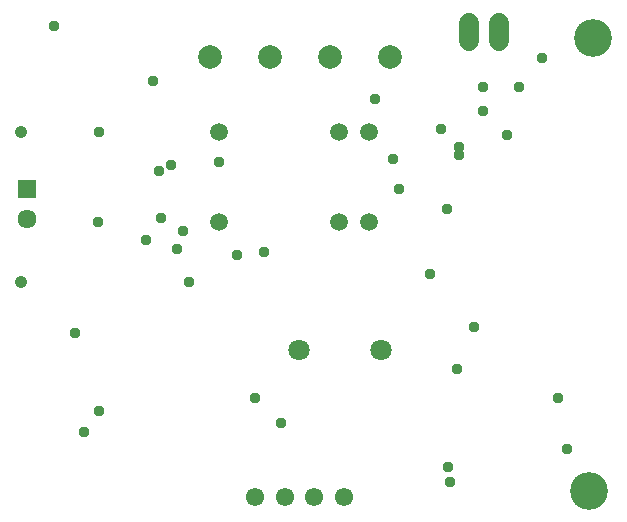
<source format=gbr>
G04 EAGLE Gerber RS-274X export*
G75*
%MOMM*%
%FSLAX34Y34*%
%LPD*%
%INSoldermask Bottom*%
%IPPOS*%
%AMOC8*
5,1,8,0,0,1.08239X$1,22.5*%
G01*
G04 Define Apertures*
%ADD10C,3.203200*%
%ADD11C,2.003200*%
%ADD12C,1.803200*%
%ADD13C,1.053200*%
%ADD14C,1.551200*%
%ADD15C,1.511200*%
%ADD16C,1.727200*%
%ADD17R,1.611200X1.611200*%
%ADD18C,1.611200*%
%ADD19C,0.959600*%
D10*
X540362Y549608D03*
X536942Y166225D03*
D11*
X368300Y533400D03*
X317500Y533400D03*
X266700Y533400D03*
X215900Y533400D03*
D12*
X290882Y285242D03*
X360882Y285242D03*
D13*
X55880Y469900D03*
D14*
X254000Y160528D03*
X279000Y160528D03*
X304000Y160528D03*
X329000Y160528D03*
D15*
X223520Y393700D03*
X325120Y393700D03*
X350520Y393700D03*
X350520Y469900D03*
X325120Y469900D03*
X223520Y469900D03*
D13*
X55880Y342900D03*
D16*
X434848Y547116D02*
X434848Y562356D01*
X460248Y562356D02*
X460248Y547116D01*
D17*
X60960Y421232D03*
D18*
X60960Y396232D03*
D19*
X223520Y444500D03*
X477520Y508000D03*
X426720Y457200D03*
X426720Y450216D03*
X83820Y559336D03*
X121019Y393700D03*
X198120Y342900D03*
X109220Y215900D03*
X172720Y436880D03*
X182880Y441960D03*
X238760Y365760D03*
X161659Y378460D03*
X510540Y244602D03*
X417158Y186182D03*
X419100Y173482D03*
X355600Y497840D03*
X411480Y472440D03*
X467360Y467360D03*
X254000Y244348D03*
X276098Y223266D03*
X121920Y233680D03*
X402314Y349272D03*
X101600Y299720D03*
X167640Y513080D03*
X447040Y508000D03*
X261620Y368300D03*
X121920Y469900D03*
X424688Y268986D03*
X416757Y404503D03*
X187960Y370840D03*
X375920Y421640D03*
X174244Y397002D03*
X439420Y304800D03*
X518160Y201422D03*
X193040Y386080D03*
X370840Y447040D03*
X496570Y532638D03*
X447040Y487680D03*
M02*

</source>
